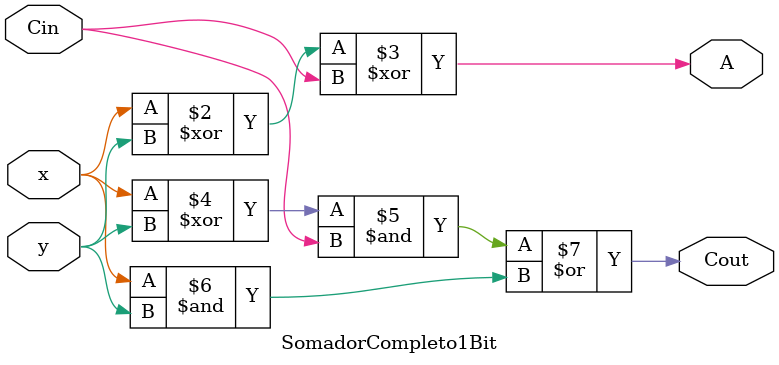
<source format=v>
module SomadorCompleto1Bit(x, y, Cin , Cout, A);
input x, y, Cin;
output reg Cout, A;

always @(x, y, Cin) begin

A = (x ^ y) ^ Cin;
Cout = ((x ^ y) & Cin) | (x & y);

end
endmodule

</source>
